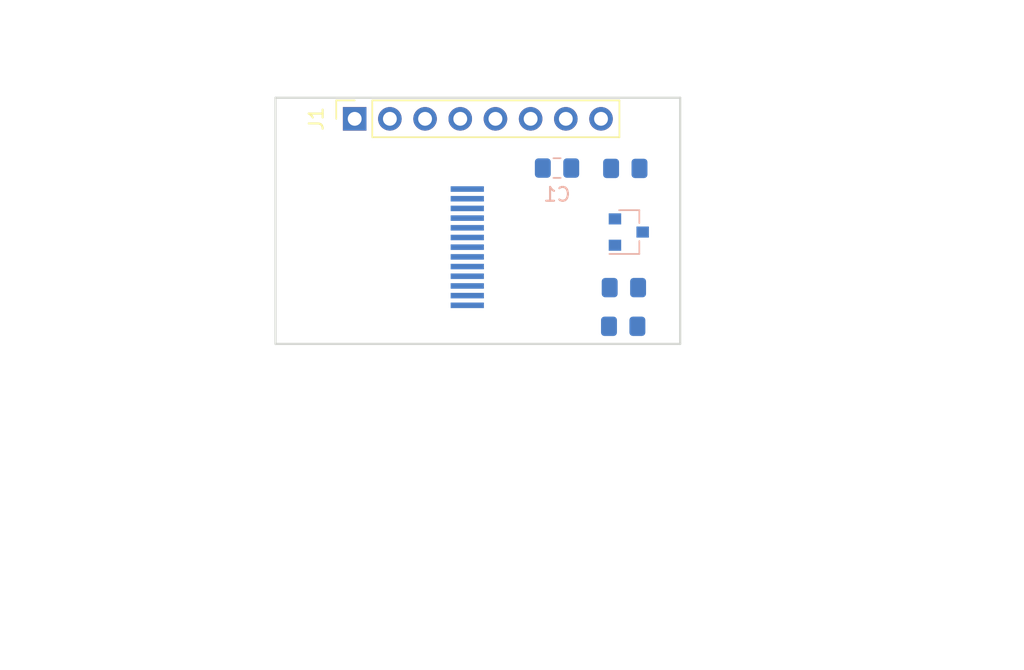
<source format=kicad_pcb>
(kicad_pcb (version 20171130) (host pcbnew 5.1.4-e60b266~84~ubuntu18.04.1)

  (general
    (thickness 1.6)
    (drawings 21)
    (tracks 0)
    (zones 0)
    (modules 7)
    (nets 16)
  )

  (page USLetter)
  (title_block
    (title "Project Title")
  )

  (layers
    (0 F.Cu signal)
    (31 B.Cu signal)
    (34 B.Paste user)
    (35 F.Paste user)
    (36 B.SilkS user)
    (37 F.SilkS user)
    (38 B.Mask user)
    (39 F.Mask user)
    (44 Edge.Cuts user)
    (46 B.CrtYd user)
    (47 F.CrtYd user)
    (48 B.Fab user)
    (49 F.Fab user)
  )

  (setup
    (last_trace_width 0.254)
    (user_trace_width 0.1524)
    (user_trace_width 0.254)
    (user_trace_width 0.3302)
    (user_trace_width 0.508)
    (user_trace_width 0.762)
    (user_trace_width 1.27)
    (trace_clearance 0.254)
    (zone_clearance 0.508)
    (zone_45_only no)
    (trace_min 0.1524)
    (via_size 0.6858)
    (via_drill 0.3302)
    (via_min_size 0.6858)
    (via_min_drill 0.3302)
    (user_via 0.6858 0.3302)
    (user_via 0.762 0.4064)
    (user_via 0.8636 0.508)
    (uvia_size 0.6858)
    (uvia_drill 0.3302)
    (uvias_allowed no)
    (uvia_min_size 0)
    (uvia_min_drill 0)
    (edge_width 0.1524)
    (segment_width 0.1524)
    (pcb_text_width 0.1524)
    (pcb_text_size 1.016 1.016)
    (mod_edge_width 0.1524)
    (mod_text_size 1.016 1.016)
    (mod_text_width 0.1524)
    (pad_size 1.524 1.524)
    (pad_drill 0.762)
    (pad_to_mask_clearance 0.0762)
    (solder_mask_min_width 0.1016)
    (pad_to_paste_clearance -0.0762)
    (aux_axis_origin 0 0)
    (visible_elements FFFFDF7D)
    (pcbplotparams
      (layerselection 0x310fc_80000001)
      (usegerberextensions true)
      (usegerberattributes false)
      (usegerberadvancedattributes false)
      (creategerberjobfile false)
      (excludeedgelayer true)
      (linewidth 0.100000)
      (plotframeref false)
      (viasonmask false)
      (mode 1)
      (useauxorigin false)
      (hpglpennumber 1)
      (hpglpenspeed 20)
      (hpglpendiameter 15.000000)
      (psnegative false)
      (psa4output false)
      (plotreference true)
      (plotvalue true)
      (plotinvisibletext false)
      (padsonsilk false)
      (subtractmaskfromsilk false)
      (outputformat 1)
      (mirror false)
      (drillshape 0)
      (scaleselection 1)
      (outputdirectory "gerbers"))
  )

  (net 0 "")
  (net 1 "Net-(C1-Pad1)")
  (net 2 GND)
  (net 3 VCC)
  (net 4 /SCL)
  (net 5 /SDA)
  (net 6 /RES)
  (net 7 /DC)
  (net 8 /CS)
  (net 9 /BLK)
  (net 10 "Net-(Q1-Pad2)")
  (net 11 "Net-(Q1-Pad3)")
  (net 12 /LEDK)
  (net 13 "Net-(U1-Pad1)")
  (net 14 "Net-(U1-Pad2)")
  (net 15 "Net-(U1-Pad9)")

  (net_class Default "This is the default net class."
    (clearance 0.254)
    (trace_width 0.254)
    (via_dia 0.6858)
    (via_drill 0.3302)
    (uvia_dia 0.6858)
    (uvia_drill 0.3302)
    (add_net /BLK)
    (add_net /CS)
    (add_net /DC)
    (add_net /LEDK)
    (add_net /RES)
    (add_net /SCL)
    (add_net /SDA)
    (add_net GND)
    (add_net "Net-(C1-Pad1)")
    (add_net "Net-(Q1-Pad2)")
    (add_net "Net-(Q1-Pad3)")
    (add_net "Net-(U1-Pad1)")
    (add_net "Net-(U1-Pad2)")
    (add_net "Net-(U1-Pad9)")
    (add_net VCC)
  )

  (module tft-shield:TFT_0.96_SPI (layer B.Cu) (tedit 5D044D2A) (tstamp 5D04A960)
    (at 138.303 92.71 90)
    (path /5CE71487)
    (fp_text reference U1 (at 0 -3.937 90) (layer B.Fab)
      (effects (font (size 1 1) (thickness 0.15)) (justify mirror))
    )
    (fp_text value TFT_0.9680*160 (at 0 5.969 90) (layer B.Fab)
      (effects (font (size 1 1) (thickness 0.15)) (justify mirror))
    )
    (fp_text user 13 (at 5.1435 -2.0955 90) (layer B.Fab)
      (effects (font (size 0.8 0.8) (thickness 0.15)) (justify mirror))
    )
    (fp_text user 1 (at -4.7625 -2.0955 90) (layer B.Fab)
      (effects (font (size 0.8 0.8) (thickness 0.15)) (justify mirror))
    )
    (fp_line (start -6.7945 15.0495) (end -6.7945 -13.6505) (layer B.Fab) (width 0.12))
    (fp_line (start -6.7945 15.0495) (end 6.7755 15.0495) (layer B.Fab) (width 0.12))
    (fp_line (start 6.7755 -13.6525) (end -6.7945 -13.6525) (layer B.Fab) (width 0.12))
    (fp_line (start 6.7755 -13.6525) (end 6.7755 15.0475) (layer B.Fab) (width 0.12))
    (fp_line (start 5.334 1.651) (end -5.334 1.651) (layer B.Fab) (width 0.12))
    (fp_line (start -6.35 0.635) (end -6.35 -4.064) (layer B.Fab) (width 0.12))
    (fp_line (start -4.5085 -6.096) (end -4.5085 -12.2555) (layer B.Fab) (width 0.12))
    (fp_line (start -3.4925 -13.2715) (end 3.429 -13.2715) (layer B.Fab) (width 0.12))
    (fp_line (start 4.445 -12.2555) (end 4.445 -6.1595) (layer B.Fab) (width 0.12))
    (fp_line (start 6.35 -4.1275) (end 6.35 0.635) (layer B.Fab) (width 0.12))
    (fp_arc (start -5.334 -4.064) (end -6.35 -4.064) (angle 90) (layer B.Fab) (width 0.12))
    (fp_arc (start -5.334 0.635) (end -5.334 1.651) (angle 90) (layer B.Fab) (width 0.12))
    (fp_arc (start 5.334 0.635) (end 6.35 0.635) (angle 90) (layer B.Fab) (width 0.12))
    (fp_arc (start 5.334 -4.1275) (end 5.334 -5.1435) (angle 90) (layer B.Fab) (width 0.12))
    (fp_arc (start 5.461 -6.1595) (end 5.461 -5.1435) (angle 90) (layer B.Fab) (width 0.12))
    (fp_arc (start 3.429 -12.2555) (end 3.429 -13.2715) (angle 90) (layer B.Fab) (width 0.12))
    (fp_arc (start -3.4925 -12.2555) (end -4.5085 -12.2555) (angle 90) (layer B.Fab) (width 0.12))
    (fp_arc (start -5.5245 -6.096) (end -4.5085 -6.096) (angle 90) (layer B.Fab) (width 0.12))
    (pad 1 smd rect (at -4.2 0 90) (size 0.4 2.4) (layers B.Cu B.Paste B.Mask)
      (net 13 "Net-(U1-Pad1)"))
    (pad 13 smd rect (at 4.2 0 90) (size 0.4 2.4) (layers B.Cu B.Paste B.Mask)
      (net 2 GND))
    (pad 2 smd rect (at -3.5 0 90) (size 0.4 2.4) (layers B.Cu B.Paste B.Mask)
      (net 14 "Net-(U1-Pad2)"))
    (pad 7 smd rect (at 0 0 90) (size 0.4 2.4) (layers B.Cu B.Paste B.Mask)
      (net 8 /CS))
    (pad 3 smd rect (at -2.8 0 90) (size 0.4 2.4) (layers B.Cu B.Paste B.Mask)
      (net 5 /SDA))
    (pad 4 smd rect (at -2.1 0 90) (size 0.4 2.4) (layers B.Cu B.Paste B.Mask)
      (net 4 /SCL))
    (pad 5 smd rect (at -1.4 0 90) (size 0.4 2.4) (layers B.Cu B.Paste B.Mask)
      (net 7 /DC))
    (pad 6 smd rect (at -0.7 0 90) (size 0.4 2.4) (layers B.Cu B.Paste B.Mask)
      (net 6 /RES))
    (pad 11 smd rect (at 2.8 0 90) (size 0.4 2.4) (layers B.Cu B.Paste B.Mask)
      (net 12 /LEDK))
    (pad 8 smd rect (at 0.7 0 90) (size 0.4 2.4) (layers B.Cu B.Paste B.Mask)
      (net 2 GND))
    (pad 9 smd rect (at 1.4 0 90) (size 0.4 2.4) (layers B.Cu B.Paste B.Mask)
      (net 15 "Net-(U1-Pad9)"))
    (pad 12 smd rect (at 3.5 0 90) (size 0.4 2.4) (layers B.Cu B.Paste B.Mask)
      (net 3 VCC))
    (pad 10 smd rect (at 2.1 0 90) (size 0.4 2.4) (layers B.Cu B.Paste B.Mask)
      (net 1 "Net-(C1-Pad1)"))
    (model "${KISYS3DMOD}/Display.3dshapes/0.96 - IPS LCD - No Glass - Reverse Mount.stp"
      (offset (xyz 0 1.38 -1.75))
      (scale (xyz 1 1 1))
      (rotate (xyz 180 0 -90))
    )
  )

  (module Connector_PinSocket_2.54mm:PinSocket_1x08_P2.54mm_Vertical (layer F.Cu) (tedit 5A19A420) (tstamp 5D04AABD)
    (at 130.175 83.439 90)
    (descr "Through hole straight socket strip, 1x08, 2.54mm pitch, single row (from Kicad 4.0.7), script generated")
    (tags "Through hole socket strip THT 1x08 2.54mm single row")
    (path /5CE71D48)
    (fp_text reference J1 (at 0 -2.77 90) (layer F.SilkS)
      (effects (font (size 1 1) (thickness 0.15)))
    )
    (fp_text value CONN_01X08 (at -2.5654 9.1948 180) (layer F.Fab)
      (effects (font (size 1 1) (thickness 0.15)))
    )
    (fp_line (start -1.27 -1.27) (end 0.635 -1.27) (layer F.Fab) (width 0.1))
    (fp_line (start 0.635 -1.27) (end 1.27 -0.635) (layer F.Fab) (width 0.1))
    (fp_line (start 1.27 -0.635) (end 1.27 19.05) (layer F.Fab) (width 0.1))
    (fp_line (start 1.27 19.05) (end -1.27 19.05) (layer F.Fab) (width 0.1))
    (fp_line (start -1.27 19.05) (end -1.27 -1.27) (layer F.Fab) (width 0.1))
    (fp_line (start -1.33 1.27) (end 1.33 1.27) (layer F.SilkS) (width 0.12))
    (fp_line (start -1.33 1.27) (end -1.33 19.11) (layer F.SilkS) (width 0.12))
    (fp_line (start -1.33 19.11) (end 1.33 19.11) (layer F.SilkS) (width 0.12))
    (fp_line (start 1.33 1.27) (end 1.33 19.11) (layer F.SilkS) (width 0.12))
    (fp_line (start 1.33 -1.33) (end 1.33 0) (layer F.SilkS) (width 0.12))
    (fp_line (start 0 -1.33) (end 1.33 -1.33) (layer F.SilkS) (width 0.12))
    (fp_line (start -1.8 -1.8) (end 1.75 -1.8) (layer F.CrtYd) (width 0.05))
    (fp_line (start 1.75 -1.8) (end 1.75 19.55) (layer F.CrtYd) (width 0.05))
    (fp_line (start 1.75 19.55) (end -1.8 19.55) (layer F.CrtYd) (width 0.05))
    (fp_line (start -1.8 19.55) (end -1.8 -1.8) (layer F.CrtYd) (width 0.05))
    (fp_text user %R (at 0 8.89) (layer F.Fab)
      (effects (font (size 1 1) (thickness 0.15)))
    )
    (pad 1 thru_hole rect (at 0 0 90) (size 1.7 1.7) (drill 1) (layers *.Cu *.Mask)
      (net 2 GND))
    (pad 2 thru_hole oval (at 0 2.54 90) (size 1.7 1.7) (drill 1) (layers *.Cu *.Mask)
      (net 3 VCC))
    (pad 3 thru_hole oval (at 0 5.08 90) (size 1.7 1.7) (drill 1) (layers *.Cu *.Mask)
      (net 9 /BLK))
    (pad 4 thru_hole oval (at 0 7.62 90) (size 1.7 1.7) (drill 1) (layers *.Cu *.Mask)
      (net 8 /CS))
    (pad 5 thru_hole oval (at 0 10.16 90) (size 1.7 1.7) (drill 1) (layers *.Cu *.Mask)
      (net 6 /RES))
    (pad 6 thru_hole oval (at 0 12.7 90) (size 1.7 1.7) (drill 1) (layers *.Cu *.Mask)
      (net 7 /DC))
    (pad 7 thru_hole oval (at 0 15.24 90) (size 1.7 1.7) (drill 1) (layers *.Cu *.Mask)
      (net 4 /SCL))
    (pad 8 thru_hole oval (at 0 17.78 90) (size 1.7 1.7) (drill 1) (layers *.Cu *.Mask)
      (net 5 /SDA))
  )

  (module Package_TO_SOT_SMD:SOT-23 (layer B.Cu) (tedit 5A02FF57) (tstamp 5CE87579)
    (at 149.9616 91.6178)
    (descr "SOT-23, Standard")
    (tags SOT-23)
    (path /5CE7D6CD)
    (attr smd)
    (fp_text reference Q1 (at 0 2.5 180) (layer B.Fab)
      (effects (font (size 1 1) (thickness 0.15)) (justify mirror))
    )
    (fp_text value S8050 (at 0 -2.5 180) (layer B.Fab)
      (effects (font (size 1 1) (thickness 0.15)) (justify mirror))
    )
    (fp_text user %R (at 0 0 -270) (layer B.Fab)
      (effects (font (size 0.5 0.5) (thickness 0.075)) (justify mirror))
    )
    (fp_line (start -0.7 0.95) (end -0.7 -1.5) (layer B.Fab) (width 0.1))
    (fp_line (start -0.15 1.52) (end 0.7 1.52) (layer B.Fab) (width 0.1))
    (fp_line (start -0.7 0.95) (end -0.15 1.52) (layer B.Fab) (width 0.1))
    (fp_line (start 0.7 1.52) (end 0.7 -1.52) (layer B.Fab) (width 0.1))
    (fp_line (start -0.7 -1.52) (end 0.7 -1.52) (layer B.Fab) (width 0.1))
    (fp_line (start 0.76 -1.58) (end 0.76 -0.65) (layer B.SilkS) (width 0.12))
    (fp_line (start 0.76 1.58) (end 0.76 0.65) (layer B.SilkS) (width 0.12))
    (fp_line (start -1.7 1.75) (end 1.7 1.75) (layer B.CrtYd) (width 0.05))
    (fp_line (start 1.7 1.75) (end 1.7 -1.75) (layer B.CrtYd) (width 0.05))
    (fp_line (start 1.7 -1.75) (end -1.7 -1.75) (layer B.CrtYd) (width 0.05))
    (fp_line (start -1.7 -1.75) (end -1.7 1.75) (layer B.CrtYd) (width 0.05))
    (fp_line (start 0.76 1.58) (end -1.4 1.58) (layer B.SilkS) (width 0.12))
    (fp_line (start 0.76 -1.58) (end -0.7 -1.58) (layer B.SilkS) (width 0.12))
    (pad 1 smd rect (at -1 0.95) (size 0.9 0.8) (layers B.Cu B.Paste B.Mask)
      (net 2 GND))
    (pad 2 smd rect (at -1 -0.95) (size 0.9 0.8) (layers B.Cu B.Paste B.Mask)
      (net 10 "Net-(Q1-Pad2)"))
    (pad 3 smd rect (at 1 0) (size 0.9 0.8) (layers B.Cu B.Paste B.Mask)
      (net 11 "Net-(Q1-Pad3)"))
    (model ${KISYS3DMOD}/Package_TO_SOT_SMD.3dshapes/SOT-23.wrl
      (at (xyz 0 0 0))
      (scale (xyz 1 1 1))
      (rotate (xyz 0 0 0))
    )
  )

  (module Capacitor_SMD:C_0805_2012Metric_Pad1.15x1.40mm_HandSolder (layer B.Cu) (tedit 5B36C52B) (tstamp 5D049D63)
    (at 144.78 86.995 180)
    (descr "Capacitor SMD 0805 (2012 Metric), square (rectangular) end terminal, IPC_7351 nominal with elongated pad for handsoldering. (Body size source: https://docs.google.com/spreadsheets/d/1BsfQQcO9C6DZCsRaXUlFlo91Tg2WpOkGARC1WS5S8t0/edit?usp=sharing), generated with kicad-footprint-generator")
    (tags "capacitor handsolder")
    (path /5CE8903B)
    (attr smd)
    (fp_text reference C1 (at 0 -1.905) (layer B.SilkS)
      (effects (font (size 1 1) (thickness 0.15)) (justify mirror))
    )
    (fp_text value 1uF (at 0 -1.65) (layer B.Fab)
      (effects (font (size 1 1) (thickness 0.15)) (justify mirror))
    )
    (fp_line (start -1 -0.6) (end -1 0.6) (layer B.Fab) (width 0.1))
    (fp_line (start -1 0.6) (end 1 0.6) (layer B.Fab) (width 0.1))
    (fp_line (start 1 0.6) (end 1 -0.6) (layer B.Fab) (width 0.1))
    (fp_line (start 1 -0.6) (end -1 -0.6) (layer B.Fab) (width 0.1))
    (fp_line (start -0.261252 0.71) (end 0.261252 0.71) (layer B.SilkS) (width 0.12))
    (fp_line (start -0.261252 -0.71) (end 0.261252 -0.71) (layer B.SilkS) (width 0.12))
    (fp_line (start -1.85 -0.95) (end -1.85 0.95) (layer B.CrtYd) (width 0.05))
    (fp_line (start -1.85 0.95) (end 1.85 0.95) (layer B.CrtYd) (width 0.05))
    (fp_line (start 1.85 0.95) (end 1.85 -0.95) (layer B.CrtYd) (width 0.05))
    (fp_line (start 1.85 -0.95) (end -1.85 -0.95) (layer B.CrtYd) (width 0.05))
    (fp_text user %R (at 0 0) (layer B.Fab)
      (effects (font (size 0.5 0.5) (thickness 0.08)) (justify mirror))
    )
    (pad 1 smd roundrect (at -1.025 0 180) (size 1.15 1.4) (layers B.Cu B.Paste B.Mask) (roundrect_rratio 0.217391)
      (net 1 "Net-(C1-Pad1)"))
    (pad 2 smd roundrect (at 1.025 0 180) (size 1.15 1.4) (layers B.Cu B.Paste B.Mask) (roundrect_rratio 0.217391)
      (net 2 GND))
    (model ${KISYS3DMOD}/Capacitor_SMD.3dshapes/C_0805_2012Metric.wrl
      (at (xyz 0 0 0))
      (scale (xyz 1 1 1))
      (rotate (xyz 0 0 0))
    )
  )

  (module Resistor_SMD:R_0805_2012Metric_Pad1.15x1.40mm_HandSolder (layer B.Cu) (tedit 5CCD16C3) (tstamp 5D049D73)
    (at 149.606 95.631)
    (descr "Resistor SMD 0805 (2012 Metric), square (rectangular) end terminal, IPC_7351 nominal with elongated pad for handsoldering. (Body size source: https://docs.google.com/spreadsheets/d/1BsfQQcO9C6DZCsRaXUlFlo91Tg2WpOkGARC1WS5S8t0/edit?usp=sharing), generated with kicad-footprint-generator")
    (tags "resistor handsolder")
    (path /5CE7DDEC)
    (attr smd)
    (fp_text reference R1 (at 0 2.54) (layer B.Fab)
      (effects (font (size 1 1) (thickness 0.15)) (justify mirror))
    )
    (fp_text value 1k (at 0 -1.65) (layer B.Fab)
      (effects (font (size 1 1) (thickness 0.15)) (justify mirror))
    )
    (fp_line (start -1 -0.6) (end -1 0.6) (layer B.Fab) (width 0.1))
    (fp_line (start 1 0.6) (end 1 -0.6) (layer B.Fab) (width 0.1))
    (fp_text user %R (at 0 1.27) (layer B.Fab)
      (effects (font (size 0.5 0.5) (thickness 0.08)) (justify mirror))
    )
    (pad 1 smd roundrect (at -1.025 0) (size 1.15 1.4) (layers B.Cu B.Paste B.Mask) (roundrect_rratio 0.217391)
      (net 10 "Net-(Q1-Pad2)"))
    (pad 2 smd roundrect (at 1.025 0) (size 1.15 1.4) (layers B.Cu B.Paste B.Mask) (roundrect_rratio 0.217391)
      (net 9 /BLK))
    (model ${KISYS3DMOD}/Resistor_SMD.3dshapes/R_0805_2012Metric.wrl
      (at (xyz 0 0 0))
      (scale (xyz 1 1 1))
      (rotate (xyz 0 0 0))
    )
  )

  (module Resistor_SMD:R_0805_2012Metric_Pad1.15x1.40mm_HandSolder (layer B.Cu) (tedit 5CCD16C3) (tstamp 5D049D7B)
    (at 149.5552 98.425)
    (descr "Resistor SMD 0805 (2012 Metric), square (rectangular) end terminal, IPC_7351 nominal with elongated pad for handsoldering. (Body size source: https://docs.google.com/spreadsheets/d/1BsfQQcO9C6DZCsRaXUlFlo91Tg2WpOkGARC1WS5S8t0/edit?usp=sharing), generated with kicad-footprint-generator")
    (tags "resistor handsolder")
    (path /5CE7FBA5)
    (attr smd)
    (fp_text reference R2 (at 0 2.54) (layer B.Fab)
      (effects (font (size 1 1) (thickness 0.15)) (justify mirror))
    )
    (fp_text value 10k (at 0 -1.65) (layer B.Fab)
      (effects (font (size 1 1) (thickness 0.15)) (justify mirror))
    )
    (fp_line (start -1 -0.6) (end -1 0.6) (layer B.Fab) (width 0.1))
    (fp_line (start 1 0.6) (end 1 -0.6) (layer B.Fab) (width 0.1))
    (fp_text user %R (at 0 1.27) (layer B.Fab)
      (effects (font (size 0.5 0.5) (thickness 0.08)) (justify mirror))
    )
    (pad 1 smd roundrect (at -1.025 0) (size 1.15 1.4) (layers B.Cu B.Paste B.Mask) (roundrect_rratio 0.217391)
      (net 10 "Net-(Q1-Pad2)"))
    (pad 2 smd roundrect (at 1.025 0) (size 1.15 1.4) (layers B.Cu B.Paste B.Mask) (roundrect_rratio 0.217391)
      (net 3 VCC))
    (model ${KISYS3DMOD}/Resistor_SMD.3dshapes/R_0805_2012Metric.wrl
      (at (xyz 0 0 0))
      (scale (xyz 1 1 1))
      (rotate (xyz 0 0 0))
    )
  )

  (module Resistor_SMD:R_0805_2012Metric_Pad1.15x1.40mm_HandSolder (layer B.Cu) (tedit 5CCD16C3) (tstamp 5D049D83)
    (at 149.7076 87.0204)
    (descr "Resistor SMD 0805 (2012 Metric), square (rectangular) end terminal, IPC_7351 nominal with elongated pad for handsoldering. (Body size source: https://docs.google.com/spreadsheets/d/1BsfQQcO9C6DZCsRaXUlFlo91Tg2WpOkGARC1WS5S8t0/edit?usp=sharing), generated with kicad-footprint-generator")
    (tags "resistor handsolder")
    (path /5CE7E014)
    (attr smd)
    (fp_text reference R3 (at 0 2.54) (layer B.Fab)
      (effects (font (size 1 1) (thickness 0.15)) (justify mirror))
    )
    (fp_text value 10ohm (at 0 1.8796) (layer B.Fab)
      (effects (font (size 1 1) (thickness 0.15)) (justify mirror))
    )
    (fp_text user %R (at 0 1.27) (layer B.Fab)
      (effects (font (size 0.5 0.5) (thickness 0.08)) (justify mirror))
    )
    (fp_line (start 1 0.6) (end 1 -0.6) (layer B.Fab) (width 0.1))
    (fp_line (start -1 -0.6) (end -1 0.6) (layer B.Fab) (width 0.1))
    (pad 2 smd roundrect (at 1.025 0) (size 1.15 1.4) (layers B.Cu B.Paste B.Mask) (roundrect_rratio 0.217391)
      (net 11 "Net-(Q1-Pad3)"))
    (pad 1 smd roundrect (at -1.025 0) (size 1.15 1.4) (layers B.Cu B.Paste B.Mask) (roundrect_rratio 0.217391)
      (net 12 /LEDK))
    (model ${KISYS3DMOD}/Resistor_SMD.3dshapes/R_0805_2012Metric.wrl
      (at (xyz 0 0 0))
      (scale (xyz 1 1 1))
      (rotate (xyz 0 0 0))
    )
  )

  (gr_line (start 153.67 81.915) (end 153.67 99.695) (layer Edge.Cuts) (width 0.1524) (tstamp 5CE87884))
  (gr_line (start 124.46 81.915) (end 153.67 81.915) (layer Edge.Cuts) (width 0.1524))
  (gr_line (start 124.46 99.695) (end 124.46 81.915) (layer Edge.Cuts) (width 0.1524))
  (gr_line (start 153.67 99.695) (end 124.46 99.695) (layer Edge.Cuts) (width 0.1524))
  (gr_circle (center 117.348 76.962) (end 118.618 76.962) (layer Dwgs.User) (width 0.15))
  (gr_line (start 114.427 78.994) (end 114.427 74.93) (angle 90) (layer Dwgs.User) (width 0.15))
  (gr_line (start 120.269 78.994) (end 114.427 78.994) (angle 90) (layer Dwgs.User) (width 0.15))
  (gr_line (start 120.269 74.93) (end 120.269 78.994) (angle 90) (layer Dwgs.User) (width 0.15))
  (gr_line (start 114.427 74.93) (end 120.269 74.93) (angle 90) (layer Dwgs.User) (width 0.15))
  (gr_line (start 120.523 93.98) (end 104.648 93.98) (angle 90) (layer Dwgs.User) (width 0.15))
  (gr_line (start 173.355 102.235) (end 173.355 94.615) (angle 90) (layer Dwgs.User) (width 0.15))
  (gr_line (start 178.435 102.235) (end 173.355 102.235) (angle 90) (layer Dwgs.User) (width 0.15))
  (gr_line (start 178.435 94.615) (end 178.435 102.235) (angle 90) (layer Dwgs.User) (width 0.15))
  (gr_line (start 173.355 94.615) (end 178.435 94.615) (angle 90) (layer Dwgs.User) (width 0.15))
  (gr_line (start 109.093 123.19) (end 109.093 114.3) (angle 90) (layer Dwgs.User) (width 0.15))
  (gr_line (start 122.428 123.19) (end 109.093 123.19) (angle 90) (layer Dwgs.User) (width 0.15))
  (gr_line (start 122.428 114.3) (end 122.428 123.19) (angle 90) (layer Dwgs.User) (width 0.15))
  (gr_line (start 109.093 114.3) (end 122.428 114.3) (angle 90) (layer Dwgs.User) (width 0.15))
  (gr_line (start 104.648 93.98) (end 104.648 82.55) (angle 90) (layer Dwgs.User) (width 0.15))
  (gr_line (start 120.523 82.55) (end 120.523 93.98) (angle 90) (layer Dwgs.User) (width 0.15))
  (gr_line (start 104.648 82.55) (end 120.523 82.55) (angle 90) (layer Dwgs.User) (width 0.15))

)

</source>
